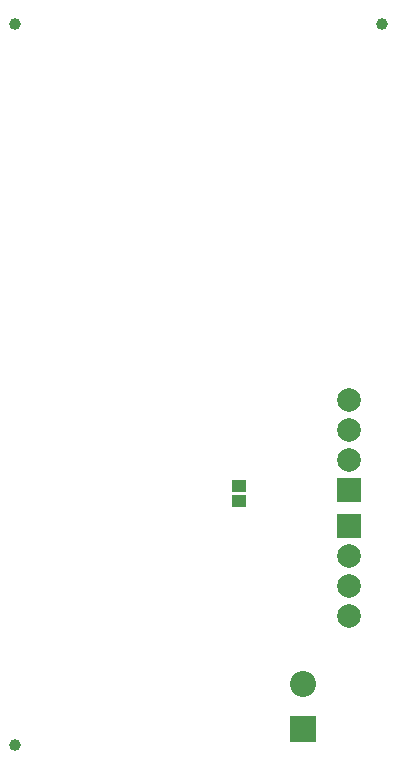
<source format=gbs>
G04*
G04 #@! TF.GenerationSoftware,Altium Limited,Altium Designer,20.2.7 (254)*
G04*
G04 Layer_Color=16711935*
%FSLAX44Y44*%
%MOMM*%
G71*
G04*
G04 #@! TF.SameCoordinates,4D7A2DC3-99A8-4A5B-9679-2B55FC54A80C*
G04*
G04*
G04 #@! TF.FilePolarity,Negative*
G04*
G01*
G75*
%ADD34C,1.0080*%
%ADD35R,2.0080X2.0080*%
%ADD36C,2.0080*%
%ADD37R,2.2080X2.2080*%
%ADD38C,2.2080*%
%ADD67R,1.3080X1.1080*%
D34*
X1915856Y1754458D02*
D03*
X2225856D02*
D03*
X1915856Y1144458D02*
D03*
D35*
X2198076Y1329792D02*
D03*
X2198116Y1359916D02*
D03*
D36*
X2198076Y1304392D02*
D03*
Y1278992D02*
D03*
Y1253592D02*
D03*
X2198116Y1385316D02*
D03*
Y1410716D02*
D03*
Y1436116D02*
D03*
D37*
X2159762Y1157986D02*
D03*
D38*
Y1196086D02*
D03*
D67*
X2105406Y1363518D02*
D03*
Y1350518D02*
D03*
M02*

</source>
